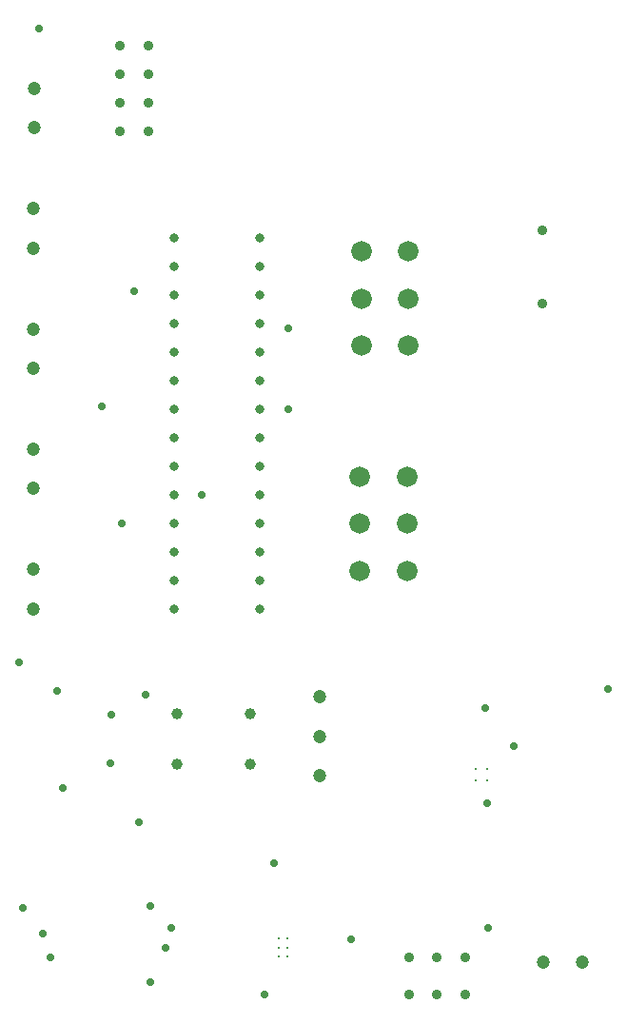
<source format=gbr>
%TF.GenerationSoftware,Altium Limited,Altium Designer,24.10.1 (45)*%
G04 Layer_Color=0*
%FSLAX25Y25*%
%MOIN*%
%TF.SameCoordinates,F49E7BB8-28A7-4C0D-84C7-1FE184DCB0B3*%
%TF.FilePolarity,Positive*%
%TF.FileFunction,Plated,1,2,PTH,Drill*%
%TF.Part,Single*%
G01*
G75*
%TA.AperFunction,ComponentDrill*%
%ADD80C,0.07200*%
%ADD81C,0.03500*%
%ADD82C,0.03600*%
%ADD83C,0.04724*%
%ADD84C,0.03200*%
%ADD85C,0.04724*%
%ADD86C,0.01000*%
%ADD87C,0.03900*%
%TA.AperFunction,ViaDrill,NotFilled*%
%ADD88C,0.02800*%
%ADD89C,0.00787*%
D80*
X375965Y257929D02*
D03*
Y274465D02*
D03*
Y291000D02*
D03*
X392500Y257929D02*
D03*
Y274465D02*
D03*
Y291000D02*
D03*
X392996Y369803D02*
D03*
Y353268D02*
D03*
Y336732D02*
D03*
X376461Y369803D02*
D03*
Y353268D02*
D03*
Y336732D02*
D03*
D81*
X393158Y122500D02*
D03*
X403000D02*
D03*
X412843D02*
D03*
Y109508D02*
D03*
X403000D02*
D03*
X393158D02*
D03*
X302000Y442000D02*
D03*
Y432000D02*
D03*
Y422000D02*
D03*
Y412000D02*
D03*
X292000D02*
D03*
Y422000D02*
D03*
Y432000D02*
D03*
Y442000D02*
D03*
D82*
X440000Y377091D02*
D03*
Y351500D02*
D03*
D83*
X262000Y413100D02*
D03*
Y426880D02*
D03*
X261500Y244700D02*
D03*
Y258479D02*
D03*
Y371000D02*
D03*
Y384780D02*
D03*
Y328900D02*
D03*
Y342680D02*
D03*
Y286800D02*
D03*
Y300580D02*
D03*
X362000Y186221D02*
D03*
Y200000D02*
D03*
Y213779D02*
D03*
D84*
X311000Y374500D02*
D03*
Y364500D02*
D03*
Y354500D02*
D03*
Y344500D02*
D03*
Y334500D02*
D03*
Y324500D02*
D03*
Y314500D02*
D03*
Y304500D02*
D03*
Y294500D02*
D03*
Y284500D02*
D03*
Y274500D02*
D03*
Y264500D02*
D03*
Y254500D02*
D03*
Y244500D02*
D03*
X341000D02*
D03*
Y254500D02*
D03*
Y264500D02*
D03*
Y274500D02*
D03*
Y284500D02*
D03*
Y294500D02*
D03*
Y304500D02*
D03*
Y314500D02*
D03*
Y324500D02*
D03*
Y334500D02*
D03*
Y344500D02*
D03*
Y354500D02*
D03*
Y364500D02*
D03*
Y374500D02*
D03*
D85*
X454000Y121000D02*
D03*
X440220D02*
D03*
D86*
X350500Y129100D02*
D03*
Y126000D02*
D03*
Y122900D02*
D03*
X347400Y129100D02*
D03*
Y126000D02*
D03*
Y122900D02*
D03*
D87*
X311909Y190284D02*
D03*
Y208000D02*
D03*
X337500D02*
D03*
Y190284D02*
D03*
D88*
X297000Y356000D02*
D03*
X308000Y126000D02*
D03*
X310000Y133000D02*
D03*
X302500Y140500D02*
D03*
X430000Y196500D02*
D03*
X346000Y155500D02*
D03*
X420500Y176500D02*
D03*
X420000Y210000D02*
D03*
X351000Y314500D02*
D03*
X301000Y214500D02*
D03*
X258000Y140000D02*
D03*
X265000Y131000D02*
D03*
X267500Y122500D02*
D03*
X302500Y114000D02*
D03*
X342500Y109500D02*
D03*
X288500Y190500D02*
D03*
X270000Y216000D02*
D03*
X289000Y207500D02*
D03*
X463000Y216500D02*
D03*
X292500Y274500D02*
D03*
X256500Y226000D02*
D03*
X320500Y284500D02*
D03*
X298500Y170000D02*
D03*
X263500Y448000D02*
D03*
X373000Y129000D02*
D03*
X272000Y182000D02*
D03*
X285500Y315500D02*
D03*
X351000Y343000D02*
D03*
X421000Y133000D02*
D03*
D89*
X420469Y184531D02*
D03*
X416532D02*
D03*
X420469Y188469D02*
D03*
X416532D02*
D03*
%TF.MD5,ca580615b55df60aab1005a6c159b577*%
M02*

</source>
